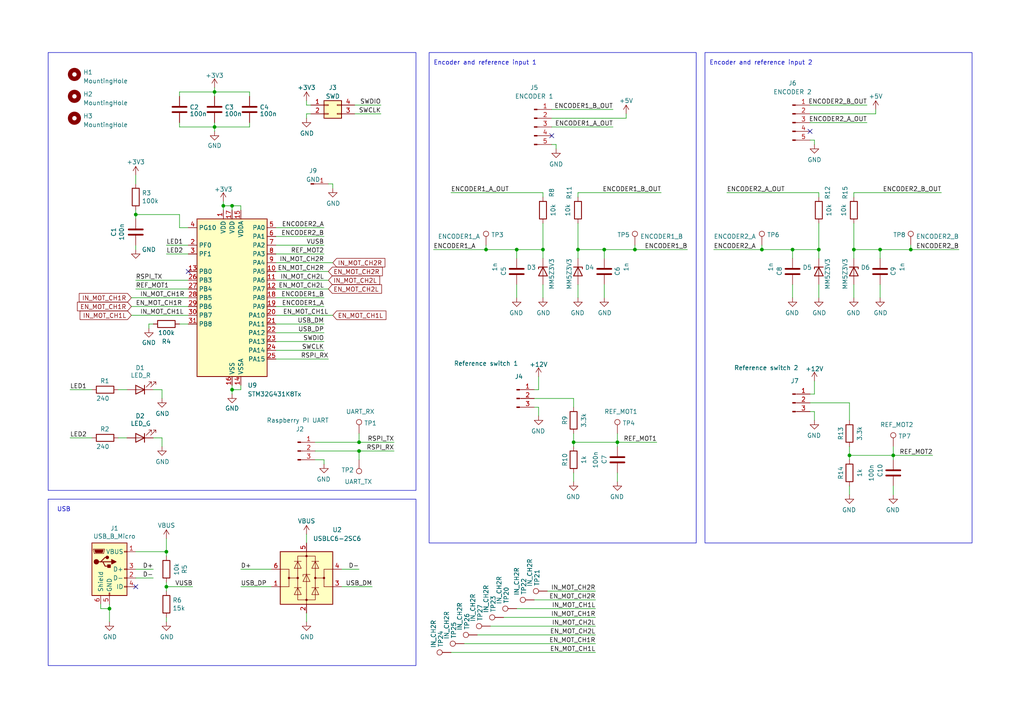
<source format=kicad_sch>
(kicad_sch (version 20230121) (generator eeschema)
  (paper "A4")
  (junction (at 259.08 132.08))
  (junction (at 62.23 36.83))
  (junction (at 67.31 59.69))
  (junction (at 64.77 59.69))
  (junction (at 220.98 72.39))
  (junction (at 31.75 176.53))
  (junction (at 229.87 72.39))
  (junction (at 166.37 128.27))
  (junction (at 157.48 72.39))
  (junction (at 104.14 128.27))
  (junction (at 48.26 160.02))
  (junction (at 48.26 170.18))
  (junction (at 39.37 62.23))
  (junction (at 179.07 128.27))
  (junction (at 264.16 72.39))
  (junction (at 167.64 72.39))
  (junction (at 104.14 130.81))
  (junction (at 175.26 72.39))
  (junction (at 246.38 132.08))
  (junction (at 255.27 72.39))
  (junction (at 184.15 72.39))
  (junction (at 67.31 113.03))
  (junction (at 149.86 72.39))
  (junction (at 140.97 72.39))
  (junction (at 247.65 72.39))
  (junction (at 62.23 26.67))
  (junction (at 237.49 72.39))
  (no_connect (at 54.61 78.74))
  (no_connect (at 160.02 39.37))
  (no_connect (at 39.37 170.18))
  (no_connect (at 234.95 38.1))
  (no_connect (at -96.52 69.85))
  (wire (pts (xy 130.81 55.88) (xy 157.48 55.88)))
  (wire (pts (xy 64.77 58.42) (xy 64.77 59.69)))
  (wire (pts (xy 264.16 72.39) (xy 278.13 72.39)))
  (wire (pts (xy 181.61 34.29) (xy 181.61 33.02)))
  (wire (pts (xy 54.61 81.28) (xy 39.37 81.28)))
  (wire (pts (xy 39.37 60.96) (xy 39.37 62.23)))
  (wire (pts (xy 46.99 127) (xy 46.99 129.54)))
  (wire (pts (xy 166.37 115.57) (xy 166.37 118.11)))
  (wire (pts (xy 80.01 81.28) (xy 95.25 81.28)))
  (wire (pts (xy 254 33.02) (xy 254 31.75)))
  (wire (pts (xy 229.87 82.55) (xy 229.87 86.36)))
  (wire (pts (xy 43.18 93.98) (xy 43.18 95.25)))
  (wire (pts (xy 146.05 179.07) (xy 172.72 179.07)))
  (wire (pts (xy 95.25 53.34) (xy 96.52 53.34)))
  (wire (pts (xy 48.26 168.91) (xy 48.26 170.18)))
  (wire (pts (xy 54.61 91.44) (xy 38.1 91.44)))
  (wire (pts (xy 44.45 93.98) (xy 43.18 93.98)))
  (wire (pts (xy 104.14 125.73) (xy 104.14 128.27)))
  (wire (pts (xy 160.02 34.29) (xy 181.61 34.29)))
  (wire (pts (xy 259.08 132.08) (xy 270.51 132.08)))
  (wire (pts (xy 52.07 93.98) (xy 54.61 93.98)))
  (wire (pts (xy 157.48 86.36) (xy 157.48 82.55)))
  (wire (pts (xy 149.86 72.39) (xy 149.86 74.93)))
  (wire (pts (xy 38.1 88.9) (xy 54.61 88.9)))
  (wire (pts (xy 156.21 113.03) (xy 154.94 113.03)))
  (wire (pts (xy 48.26 170.18) (xy 48.26 171.45)))
  (wire (pts (xy 179.07 137.16) (xy 179.07 139.7)))
  (wire (pts (xy 80.01 96.52) (xy 93.98 96.52)))
  (wire (pts (xy 237.49 57.15) (xy 237.49 55.88)))
  (wire (pts (xy 234.95 116.84) (xy 246.38 116.84)))
  (wire (pts (xy 220.98 72.39) (xy 207.01 72.39)))
  (wire (pts (xy 72.39 26.67) (xy 72.39 27.94)))
  (wire (pts (xy 93.98 133.35) (xy 93.98 134.62)))
  (wire (pts (xy 99.06 170.18) (xy 107.95 170.18)))
  (wire (pts (xy 88.9 30.48) (xy 90.17 30.48)))
  (wire (pts (xy 52.07 35.56) (xy 52.07 36.83)))
  (wire (pts (xy 54.61 86.36) (xy 38.1 86.36)))
  (wire (pts (xy 62.23 25.4) (xy 62.23 26.67)))
  (wire (pts (xy 167.64 72.39) (xy 175.26 72.39)))
  (wire (pts (xy 67.31 111.76) (xy 67.31 113.03)))
  (wire (pts (xy 156.21 109.22) (xy 156.21 113.03)))
  (wire (pts (xy 229.87 72.39) (xy 229.87 74.93)))
  (wire (pts (xy 80.01 88.9) (xy 93.98 88.9)))
  (wire (pts (xy 110.49 33.02) (xy 102.87 33.02)))
  (wire (pts (xy 62.23 35.56) (xy 62.23 36.83)))
  (wire (pts (xy 80.01 78.74) (xy 95.25 78.74)))
  (wire (pts (xy 44.45 113.03) (xy 46.99 113.03)))
  (wire (pts (xy 48.26 180.34) (xy 48.26 179.07)))
  (wire (pts (xy 166.37 128.27) (xy 179.07 128.27)))
  (wire (pts (xy 39.37 160.02) (xy 48.26 160.02)))
  (wire (pts (xy 184.15 72.39) (xy 199.39 72.39)))
  (wire (pts (xy 236.22 40.64) (xy 236.22 41.91)))
  (wire (pts (xy 246.38 132.08) (xy 246.38 133.35)))
  (wire (pts (xy 39.37 165.1) (xy 44.45 165.1)))
  (wire (pts (xy 91.44 128.27) (xy 104.14 128.27)))
  (wire (pts (xy 80.01 104.14) (xy 95.25 104.14)))
  (wire (pts (xy 154.94 115.57) (xy 166.37 115.57)))
  (wire (pts (xy 80.01 66.04) (xy 93.98 66.04)))
  (wire (pts (xy 157.48 57.15) (xy 157.48 55.88)))
  (wire (pts (xy 154.94 118.11) (xy 156.21 118.11)))
  (wire (pts (xy 167.64 86.36) (xy 167.64 82.55)))
  (wire (pts (xy 220.98 71.12) (xy 220.98 72.39)))
  (wire (pts (xy 67.31 113.03) (xy 69.85 113.03)))
  (wire (pts (xy 104.14 130.81) (xy 114.3 130.81)))
  (wire (pts (xy 69.85 170.18) (xy 78.74 170.18)))
  (wire (pts (xy 237.49 64.77) (xy 237.49 72.39)))
  (wire (pts (xy 96.52 53.34) (xy 96.52 54.61)))
  (wire (pts (xy 29.21 175.26) (xy 29.21 176.53)))
  (wire (pts (xy 104.14 165.1) (xy 99.06 165.1)))
  (wire (pts (xy 167.64 72.39) (xy 167.64 74.93)))
  (wire (pts (xy 160.02 31.75) (xy 177.8 31.75)))
  (wire (pts (xy 80.01 99.06) (xy 93.98 99.06)))
  (wire (pts (xy 90.17 33.02) (xy 88.9 33.02)))
  (wire (pts (xy 264.16 71.12) (xy 264.16 72.39)))
  (wire (pts (xy 72.39 36.83) (xy 72.39 35.56)))
  (wire (pts (xy 237.49 72.39) (xy 237.49 74.93)))
  (wire (pts (xy 157.48 72.39) (xy 157.48 74.93)))
  (wire (pts (xy 247.65 86.36) (xy 247.65 82.55)))
  (wire (pts (xy 67.31 113.03) (xy 67.31 114.3)))
  (wire (pts (xy 246.38 116.84) (xy 246.38 121.92)))
  (wire (pts (xy 80.01 93.98) (xy 93.98 93.98)))
  (wire (pts (xy 158.75 171.45) (xy 172.72 171.45)))
  (wire (pts (xy 102.87 30.48) (xy 110.49 30.48)))
  (wire (pts (xy 167.64 64.77) (xy 167.64 72.39)))
  (wire (pts (xy 255.27 72.39) (xy 255.27 74.93)))
  (wire (pts (xy 39.37 167.64) (xy 44.45 167.64)))
  (wire (pts (xy 160.02 36.83) (xy 177.8 36.83)))
  (wire (pts (xy 246.38 129.54) (xy 246.38 132.08)))
  (wire (pts (xy 236.22 119.38) (xy 236.22 121.92)))
  (wire (pts (xy 142.24 181.61) (xy 172.72 181.61)))
  (wire (pts (xy 93.98 71.12) (xy 80.01 71.12)))
  (wire (pts (xy 52.07 36.83) (xy 62.23 36.83)))
  (wire (pts (xy 236.22 114.3) (xy 234.95 114.3)))
  (wire (pts (xy 259.08 133.35) (xy 259.08 132.08)))
  (wire (pts (xy 247.65 72.39) (xy 247.65 74.93)))
  (wire (pts (xy 69.85 60.96) (xy 69.85 59.69)))
  (wire (pts (xy 184.15 71.12) (xy 184.15 72.39)))
  (wire (pts (xy 175.26 72.39) (xy 175.26 74.93)))
  (wire (pts (xy 39.37 62.23) (xy 39.37 63.5)))
  (wire (pts (xy 104.14 128.27) (xy 114.3 128.27)))
  (wire (pts (xy 247.65 57.15) (xy 247.65 55.88)))
  (wire (pts (xy 69.85 165.1) (xy 78.74 165.1)))
  (wire (pts (xy 52.07 62.23) (xy 39.37 62.23)))
  (wire (pts (xy 166.37 125.73) (xy 166.37 128.27)))
  (wire (pts (xy 20.32 127) (xy 26.67 127)))
  (wire (pts (xy 39.37 50.8) (xy 39.37 53.34)))
  (wire (pts (xy 80.01 73.66) (xy 93.98 73.66)))
  (wire (pts (xy 259.08 129.54) (xy 259.08 132.08)))
  (wire (pts (xy 259.08 140.97) (xy 259.08 143.51)))
  (wire (pts (xy 125.73 72.39) (xy 140.97 72.39)))
  (wire (pts (xy 44.45 127) (xy 46.99 127)))
  (wire (pts (xy 39.37 72.39) (xy 39.37 71.12)))
  (wire (pts (xy 91.44 130.81) (xy 104.14 130.81)))
  (wire (pts (xy 134.62 186.69) (xy 172.72 186.69)))
  (wire (pts (xy 154.94 173.99) (xy 172.72 173.99)))
  (wire (pts (xy 62.23 36.83) (xy 72.39 36.83)))
  (wire (pts (xy 140.97 71.12) (xy 140.97 72.39)))
  (wire (pts (xy 34.29 127) (xy 36.83 127)))
  (wire (pts (xy 175.26 82.55) (xy 175.26 86.36)))
  (wire (pts (xy 80.01 76.2) (xy 96.52 76.2)))
  (wire (pts (xy 96.52 91.44) (xy 80.01 91.44)))
  (wire (pts (xy 157.48 72.39) (xy 149.86 72.39)))
  (wire (pts (xy 149.86 176.53) (xy 172.72 176.53)))
  (wire (pts (xy 52.07 26.67) (xy 62.23 26.67)))
  (wire (pts (xy 179.07 128.27) (xy 190.5 128.27)))
  (wire (pts (xy 52.07 27.94) (xy 52.07 26.67)))
  (wire (pts (xy 91.44 133.35) (xy 93.98 133.35)))
  (wire (pts (xy 179.07 128.27) (xy 179.07 129.54)))
  (wire (pts (xy 69.85 111.76) (xy 69.85 113.03)))
  (wire (pts (xy 48.26 160.02) (xy 48.26 161.29)))
  (wire (pts (xy 31.75 176.53) (xy 31.75 175.26)))
  (wire (pts (xy 246.38 140.97) (xy 246.38 143.51)))
  (wire (pts (xy 237.49 72.39) (xy 229.87 72.39)))
  (wire (pts (xy 237.49 86.36) (xy 237.49 82.55)))
  (wire (pts (xy 179.07 125.73) (xy 179.07 128.27)))
  (wire (pts (xy 166.37 137.16) (xy 166.37 139.7)))
  (wire (pts (xy 88.9 180.34) (xy 88.9 177.8)))
  (wire (pts (xy 31.75 180.34) (xy 31.75 176.53)))
  (wire (pts (xy 234.95 30.48) (xy 251.46 30.48)))
  (wire (pts (xy 160.02 41.91) (xy 161.29 41.91)))
  (wire (pts (xy 149.86 82.55) (xy 149.86 86.36)))
  (wire (pts (xy 88.9 30.48) (xy 88.9 29.21)))
  (wire (pts (xy 234.95 119.38) (xy 236.22 119.38)))
  (wire (pts (xy 20.32 113.03) (xy 26.67 113.03)))
  (wire (pts (xy 234.95 40.64) (xy 236.22 40.64)))
  (wire (pts (xy 236.22 110.49) (xy 236.22 114.3)))
  (wire (pts (xy 67.31 59.69) (xy 67.31 60.96)))
  (wire (pts (xy 48.26 71.12) (xy 54.61 71.12)))
  (wire (pts (xy 247.65 64.77) (xy 247.65 72.39)))
  (wire (pts (xy 247.65 72.39) (xy 255.27 72.39)))
  (wire (pts (xy 52.07 66.04) (xy 54.61 66.04)))
  (wire (pts (xy 64.77 59.69) (xy 64.77 60.96)))
  (wire (pts (xy 34.29 113.03) (xy 36.83 113.03)))
  (wire (pts (xy 140.97 72.39) (xy 149.86 72.39)))
  (wire (pts (xy 220.98 72.39) (xy 229.87 72.39)))
  (wire (pts (xy 46.99 113.03) (xy 46.99 115.57)))
  (wire (pts (xy 80.01 68.58) (xy 93.98 68.58)))
  (wire (pts (xy 48.26 170.18) (xy 55.88 170.18)))
  (wire (pts (xy 234.95 33.02) (xy 254 33.02)))
  (wire (pts (xy 62.23 36.83) (xy 62.23 38.1)))
  (wire (pts (xy 104.14 130.81) (xy 104.14 133.35)))
  (wire (pts (xy 156.21 118.11) (xy 156.21 120.65)))
  (wire (pts (xy 52.07 66.04) (xy 52.07 62.23)))
  (wire (pts (xy 138.43 184.15) (xy 172.72 184.15)))
  (wire (pts (xy 88.9 154.94) (xy 88.9 157.48)))
  (wire (pts (xy 80.01 86.36) (xy 93.98 86.36)))
  (wire (pts (xy 184.15 72.39) (xy 175.26 72.39)))
  (wire (pts (xy 247.65 55.88) (xy 273.05 55.88)))
  (wire (pts (xy 210.82 55.88) (xy 237.49 55.88)))
  (wire (pts (xy 62.23 26.67) (xy 72.39 26.67)))
  (wire (pts (xy 80.01 83.82) (xy 95.25 83.82)))
  (wire (pts (xy 67.31 59.69) (xy 64.77 59.69)))
  (wire (pts (xy 167.64 55.88) (xy 191.77 55.88)))
  (wire (pts (xy 259.08 132.08) (xy 246.38 132.08)))
  (wire (pts (xy 161.29 41.91) (xy 161.29 43.18)))
  (wire (pts (xy 157.48 64.77) (xy 157.48 72.39)))
  (wire (pts (xy 39.37 83.82) (xy 54.61 83.82)))
  (wire (pts (xy 69.85 59.69) (xy 67.31 59.69)))
  (wire (pts (xy 48.26 73.66) (xy 54.61 73.66)))
  (wire (pts (xy 264.16 72.39) (xy 255.27 72.39)))
  (wire (pts (xy 62.23 26.67) (xy 62.23 27.94)))
  (wire (pts (xy 29.21 176.53) (xy 31.75 176.53)))
  (wire (pts (xy 93.98 101.6) (xy 80.01 101.6)))
  (wire (pts (xy 88.9 33.02) (xy 88.9 34.29)))
  (wire (pts (xy 48.26 160.02) (xy 48.26 156.21)))
  (wire (pts (xy 255.27 82.55) (xy 255.27 86.36)))
  (wire (pts (xy 167.64 57.15) (xy 167.64 55.88)))
  (wire (pts (xy 234.95 35.56) (xy 251.46 35.56)))
  (wire (pts (xy 166.37 128.27) (xy 166.37 129.54)))
  (wire (pts (xy 130.81 189.23) (xy 172.72 189.23)))
  (rectangle (start 13.97 15.24) (end 120.65 142.24))
  (rectangle (start 204.47 15.24) (end 281.94 157.48))
  (rectangle (start 13.97 144.78) (end 120.65 193.04))
  (rectangle (start 124.46 15.24) (end 201.93 157.48))
  (text "Encoder and reference input 1" (at 125.73 19.05 0) (effects (font (size 1.27 1.27)) (justify left bottom)))
  (text "USB" (at 16.51 148.59 0) (effects (font (size 1.27 1.27)) (justify left bottom)))
  (text "Encoder and reference input 2" (at 205.74 19.05 0) (effects (font (size 1.27 1.27)) (justify left bottom)))
  (label "ENCODER2_A" (at 207.01 72.39 0))
  (label "USB_DM" (at 93.98 93.98 180))
  (label "ENCODER2_B_OUT" (at 273.05 55.88 180))
  (label "ENCODER1_A" (at 93.98 88.9 180))
  (label "ENCODER2_A_OUT" (at 251.46 35.56 180))
  (label "EN_MOT_CH2L" (at 93.98 83.82 180))
  (label "IN_MOT_CH2L" (at 172.72 181.61 180))
  (label "SWDIO" (at 110.49 30.48 180))
  (label "LED2" (at 20.32 127 0))
  (label "LED1" (at 20.32 113.03 0))
  (label "ENCODER2_B" (at 93.98 68.58 180))
  (label "ENCODER1_A_OUT" (at 130.81 55.88 0))
  (label "IN_MOT_CH2R" (at 172.72 171.45 180))
  (label "EN_MOT_CH2R" (at 172.72 173.99 180))
  (label "VUSB" (at 55.88 170.18 180))
  (label "ENCODER1_A" (at 125.73 72.39 0))
  (label "SWCLK" (at 93.98 101.6 180))
  (label "ENCODER1_B" (at 93.98 86.36 180))
  (label "SWCLK" (at 110.49 33.02 180))
  (label "EN_MOT_CH2L" (at 172.72 184.15 180))
  (label "RSPI_TX" (at 39.37 81.28 0))
  (label "LED2" (at 48.26 73.66 0))
  (label "ENCODER2_B_OUT" (at 251.46 30.48 180))
  (label "REF_MOT2" (at 270.51 132.08 180))
  (label "IN_MOT_CH2L" (at 93.98 81.28 180))
  (label "ENCODER1_B_OUT" (at 191.77 55.88 180))
  (label "REF_MOT1" (at 39.37 83.82 0))
  (label "D+" (at 69.85 165.1 0))
  (label "RSPI_RX" (at 114.3 130.81 180))
  (label "REF_MOT2" (at 93.98 73.66 180))
  (label "IN_MOT_CH1L" (at 172.72 176.53 180))
  (label "IN_MOT_CH1L" (at 40.64 91.44 0))
  (label "D-" (at 104.14 165.1 180))
  (label "REF_MOT1" (at 190.5 128.27 180))
  (label "USB_DP" (at 69.85 170.18 0))
  (label "RSPI_TX" (at 114.3 128.27 180))
  (label "EN_MOT_CH1R" (at 39.37 88.9 0))
  (label "ENCODER1_B" (at 199.39 72.39 180))
  (label "USB_DM" (at 107.95 170.18 180))
  (label "ENCODER2_A" (at 93.98 66.04 180))
  (label "EN_MOT_CH2R" (at 93.98 78.74 180))
  (label "IN_MOT_CH1R" (at 172.72 179.07 180))
  (label "LED1" (at 48.26 71.12 0))
  (label "ENCODER2_A_OUT" (at 210.82 55.88 0))
  (label "EN_MOT_CH1R" (at 172.72 186.69 180))
  (label "IN_MOT_CH2R" (at 93.98 76.2 180))
  (label "D-" (at 44.45 167.64 180))
  (label "ENCODER1_A_OUT" (at 177.8 36.83 180))
  (label "EN_MOT_CH1L" (at 172.72 189.23 180))
  (label "SWDIO" (at 93.98 99.06 180))
  (label "D+" (at 44.45 165.1 180))
  (label "USB_DP" (at 93.98 96.52 180))
  (label "EN_MOT_CH1L" (at 95.25 91.44 180))
  (label "RSPI_RX" (at 95.25 104.14 180))
  (label "ENCODER1_B_OUT" (at 177.8 31.75 180))
  (label "VUSB" (at 93.98 71.12 180))
  (label "ENCODER2_B" (at 278.13 72.39 180))
  (label "IN_MOT_CH1R" (at 40.64 86.36 0))
  (global_label "EN_MOT_CH2L" (shape input) (at 95.25 83.82 0) (property "Intersheetrefs" "${INTERSHEET_REFS}" (effects hide)))
  (global_label "IN_MOT_CH2L" (shape input) (at 95.25 81.28 0) (property "Intersheetrefs" "${INTERSHEET_REFS}" (effects hide)))
  (global_label "EN_MOT_CH2R" (shape input) (at 95.25 78.74 0) (property "Intersheetrefs" "${INTERSHEET_REFS}" (effects hide)))
  (global_label "EN_MOT_CH1L" (shape input) (at 96.52 91.44 0) (property "Intersheetrefs" "${INTERSHEET_REFS}" (effects hide)))
  (global_label "IN_MOT_CH2R" (shape input) (at 96.52 76.2 0) (property "Intersheetrefs" "${INTERSHEET_REFS}" (effects hide)))
  (global_label "IN_MOT_CH1R" (shape input) (at 38.1 86.36 180) (property "Intersheetrefs" "${INTERSHEET_REFS}" (effects hide)))
  (global_label "EN_MOT_CH1R" (shape input) (at 38.1 88.9 180) (property "Intersheetrefs" "${INTERSHEET_REFS}" (effects hide)))
  (global_label "IN_MOT_CH1L" (shape input) (at 38.1 91.44 180) (property "Intersheetrefs" "${INTERSHEET_REFS}" (effects hide)))
  (symbol (lib_id "Device:R") (at 30.48 113.03 90) (unit 1)
    (property "Reference" "R1" (at 31.75 110.49 90) (effects (justify left)))
    (property "Value" "240" (at 31.75 115.57 90) (effects (justify left)))
    (property "Footprint" "Resistor_SMD:R_0603_1608Metric" (effects hide))
    (property "Hersteller Nr." "RC0603FR-13240RL" (effects hide))
    (property "Mouser Nr." "603-RC0603FR-13240RL" (effects hide))
    (property "Info" "75V; 1%; 100mW; -55C; +155C" (effects hide))
    (instances (project "BallBalancer" (path "" (reference "R1") (unit 1))) (project "Spanner" (path "" (reference "R5") (unit 1))))
  )
  (symbol (lib_id "power:+3V3") (at 62.23 25.4 0) (unit 1)
    (property "Reference" "#PWR09" (effects hide))
    (property "Value" "+3V3" (at 62.23 21.8981 0))
  )
  (symbol (lib_id "power:VBUS") (at 48.26 156.21 0) (unit 1)
    (property "Reference" "#PWR07" (effects hide))
    (property "Value" "VBUS" (at 48.26 152.4 0))
  )
  (symbol (lib_id "Connector:TestPoint") (at 158.75 171.45 90) (unit 1)
    (property "Reference" "TP21" (at 155.7528 169.9768 0) (effects (justify left)))
    (property "Value" "IN_CH2R" (at 153.67 170.18 0) (effects (justify left)))
    (property "Footprint" "TestPoint:TestPoint_Pad_D1.0mm" (effects hide))
    (instances (project "BallBalancer" (path "" (reference "TP21") (unit 1))) (project "Spanner" (path "" (reference "TP2") (unit 1))))
  )
  (symbol (lib_id "Device:R") (at 166.37 133.35 0) (mirror y) (unit 1)
    (property "Reference" "R10" (at 163.83 133.35 90))
    (property "Value" "1k" (at 169.3164 133.35 90))
    (property "Footprint" "Resistor_SMD:R_0603_1608Metric" (effects hide))
    (property "Hersteller Nr." "CRCW06031K00FKEAC" (effects hide))
    (property "Info" "75V; 1%; 100mW; -55C; +155C" (effects hide))
    (property "Mouser Nr." "71-CRCW06031K00FKEAC" (effects hide))
    (instances (project "BallBalancer" (path "" (reference "R10") (unit 1))) (project "Spanner" (path "" (reference "R16") (unit 1))))
  )
  (symbol (lib_id "Power_Protection:USBLC6-2SC6") (at 88.9 167.64 0) (unit 1)
    (property "Reference" "U2" (at 97.79 153.67 0))
    (property "Value" "USBLC6-2SC6" (at 97.79 156.21 0))
    (property "Footprint" "Package_TO_SOT_SMD:SOT-23-6" (effects hide))
    (property "Hersteller Nr." "USBLC6-2SC6" (effects hide))
    (property "Mouser Nr." "511-USBLC6-2SC6" (effects hide))
    (property "Info" "USB TVS" (effects hide))
  )
  (symbol (lib_id "Mechanical:MountingHole") (at 21.59 34.29 0) (unit 1) (in_bom no)
    (property "Reference" "H3" (at 24.13 33.655 0) (effects (justify left)))
    (property "Value" "MountingHole" (at 24.13 36.195 0) (effects (justify left)))
    (property "Footprint" "MountingHole:MountingHole_3.2mm_M3" (effects hide))
  )
  (symbol (lib_id "Device:D_Zener") (at 157.48 78.74 90) (mirror x) (unit 1)
    (property "Reference" "D3" (at 155.4734 77.5716 90) (effects (justify left)))
    (property "Value" "MM5Z3V3" (at 160.02 74.93 0) (effects (justify left)))
    (property "Footprint" "Diode_SMD:D_SOD-523" (effects hide))
    (property "Datasheet" "https://www.mouser.ch/datasheet/2/308/MM5Z2V4T1-D-108556.pdf" (effects hide))
    (property "Hersteller Nr." "MM5Z3V3T1G" (effects hide))
    (property "Mouser Nr." "863-MM5Z3V3T1G" (effects hide))
    (property "Info" "3.3V; 500mW " (effects hide))
    (instances (project "BallBalancer" (path "" (reference "D3") (unit 1))) (project "Spanner" (path "" (reference "D5") (unit 1))))
  )
  (symbol (lib_id "power:GND") (at 237.49 86.36 0) (unit 1)
    (property "Reference" "#PWR033" (effects hide))
    (property "Value" "GND" (at 237.617 90.7542 0))
    (instances (project "BallBalancer" (path "" (reference "#PWR033") (unit 1))) (project "Spanner" (path "" (reference "#PWR0135") (unit 1))))
  )
  (symbol (lib_id "power:GND") (at 259.08 143.51 0) (mirror y) (unit 1)
    (property "Reference" "#PWR038" (effects hide))
    (property "Value" "GND" (at 258.953 147.9042 0))
    (instances (project "BallBalancer" (path "" (reference "#PWR038") (unit 1))) (project "Spanner" (path "" (reference "#PWR0136") (unit 1))))
  )
  (symbol (lib_id "Device:R") (at 246.38 125.73 0) (mirror y) (unit 1)
    (property "Reference" "R13" (at 243.84 125.73 90))
    (property "Value" "3.3k" (at 249.3264 125.73 90))
    (property "Footprint" "Resistor_SMD:R_0603_1608Metric" (effects hide))
    (property "Hersteller Nr." "ERJ-PB3B3301V" (effects hide))
    (property "Info" "75V; 0.1%; 200mW; -55C; +155C" (effects hide))
    (property "Mouser Nr." "667-ERJ-PB3B3301V" (effects hide))
    (instances (project "BallBalancer" (path "" (reference "R13") (unit 1))) (project "Spanner" (path "" (reference "R16") (unit 1))))
  )
  (symbol (lib_id "power:GND") (at 157.48 86.36 0) (unit 1)
    (property "Reference" "#PWR022" (effects hide))
    (property "Value" "GND" (at 157.607 90.7542 0))
    (instances (project "BallBalancer" (path "" (reference "#PWR022") (unit 1))) (project "Spanner" (path "" (reference "#PWR0135") (unit 1))))
  )
  (symbol (lib_id "Device:R") (at 246.38 137.16 0) (mirror y) (unit 1)
    (property "Reference" "R14" (at 243.84 137.16 90))
    (property "Value" "1k" (at 249.3264 137.16 90))
    (property "Footprint" "Resistor_SMD:R_0603_1608Metric" (effects hide))
    (property "Hersteller Nr." "CRCW06031K00FKEAC" (effects hide))
    (property "Info" "75V; 1%; 100mW; -55C; +155C" (effects hide))
    (property "Mouser Nr." "71-CRCW06031K00FKEAC" (effects hide))
    (instances (project "BallBalancer" (path "" (reference "R14") (unit 1))) (project "Spanner" (path "" (reference "R16") (unit 1))))
  )
  (symbol (lib_id "power:GND") (at 96.52 54.61 0) (unit 1)
    (property "Reference" "#PWR090" (effects hide))
    (property "Value" "GND" (at 96.647 59.0042 0))
    (instances (project "BallBalancer" (path "" (reference "#PWR090") (unit 1))) (project "Spanner" (path "" (reference "#PWR0101") (unit 1))))
  )
  (symbol (lib_id "Device:R") (at 48.26 165.1 0) (mirror y) (unit 1)
    (property "Reference" "R5" (at 53.5178 165.1 90))
    (property "Value" "10k" (at 51.2064 165.1 90))
    (property "Footprint" "Resistor_SMD:R_0603_1608Metric" (effects hide))
    (property "Hersteller Nr." "CRCW060310K0FKEAC" (effects hide))
    (property "Mouser Nr." "71-CRCW060310K0FKEAC" (effects hide))
    (property "Info" "75V; 1%; 100mW; -55C; +155C" (effects hide))
    (instances (project "BallBalancer" (path "" (reference "R5") (unit 1))) (project "Spanner" (path "" (reference "R2") (unit 1))))
  )
  (symbol (lib_id "Device:R") (at 247.65 60.96 0) (unit 1)
    (property "Reference" "R15" (at 245.11 55.88 90))
    (property "Value" "10k" (at 244.7036 60.96 90))
    (property "Footprint" "Resistor_SMD:R_0603_1608Metric" (effects hide))
    (property "Hersteller Nr." "CRCW060310K0FKEAC" (effects hide))
    (property "Mouser Nr." "71-CRCW060310K0FKEAC" (effects hide))
    (property "Info" "75V; 1%; 100mW; -55C; +155C" (effects hide))
    (instances (project "BallBalancer" (path "" (reference "R15") (unit 1))) (project "Spanner" (path "" (reference "R16") (unit 1))))
  )
  (symbol (lib_id "power:GND") (at 166.37 139.7 0) (mirror y) (unit 1)
    (property "Reference" "#PWR024" (effects hide))
    (property "Value" "GND" (at 166.243 144.0942 0))
    (instances (project "BallBalancer" (path "" (reference "#PWR024") (unit 1))) (project "Spanner" (path "" (reference "#PWR0136") (unit 1))))
  )
  (symbol (lib_id "power:GND") (at 43.18 95.25 0) (unit 1)
    (property "Reference" "#PWR04" (effects hide))
    (property "Value" "GND" (at 43.18 99.3855 0))
  )
  (symbol (lib_id "power:GND") (at 46.99 115.57 0) (unit 1)
    (property "Reference" "#PWR05" (effects hide))
    (property "Value" "GND" (at 47.117 119.9642 0))
    (instances (project "BallBalancer" (path "" (reference "#PWR05") (unit 1))) (project "Spanner" (path "" (reference "#PWR0107") (unit 1))))
  )
  (symbol (lib_id "Connector:TestPoint") (at 130.81 189.23 90) (unit 1)
    (property "Reference" "TP24" (at 127.8128 187.7568 0) (effects (justify left)))
    (property "Value" "IN_CH2R" (at 125.73 187.96 0) (effects (justify left)))
    (property "Footprint" "TestPoint:TestPoint_Pad_D1.0mm" (effects hide))
    (instances (project "BallBalancer" (path "" (reference "TP24") (unit 1))) (project "Spanner" (path "" (reference "TP2") (unit 1))))
  )
  (symbol (lib_id "MCU_ST_STM32G4:STM32G431K8Tx") (at 67.31 86.36 0) (unit 1)
    (property "Reference" "U9" (at 71.8059 111.76 0) (effects (justify left)))
    (property "Value" "STM32G431K8Tx" (at 71.8059 114.3 0) (effects (justify left)))
    (property "Footprint" "Package_QFP:LQFP-32_7x7mm_P0.8mm" (effects hide))
    (property "Datasheet" "https://www.st.com/resource/en/datasheet/stm32g431k8.pdf" (effects hide))
  )
  (symbol (lib_id "power:+3V3") (at 39.37 50.8 0) (unit 1)
    (property "Reference" "#PWR02" (effects hide))
    (property "Value" "+3V3" (at 39.37 46.99 0))
  )
  (symbol (lib_id "Connector:TestPoint") (at 220.98 71.12 0) (unit 1)
    (property "Reference" "TP6" (at 222.4532 68.1228 0) (effects (justify left)))
    (property "Value" "ENCODER2_A" (at 207.01 68.58 0) (effects (justify left)))
    (property "Footprint" "TestPoint:TestPoint_Pad_D1.0mm" (effects hide))
    (instances (project "BallBalancer" (path "" (reference "TP6") (unit 1))) (project "Spanner" (path "" (reference "TP2") (unit 1))))
  )
  (symbol (lib_id "Device:D_Zener") (at 167.64 78.74 270) (unit 1)
    (property "Reference" "D4" (at 169.6466 77.5716 90) (effects (justify left)))
    (property "Value" "MM5Z3V3" (at 165.1 74.93 0) (effects (justify left)))
    (property "Footprint" "Diode_SMD:D_SOD-523" (effects hide))
    (property "Datasheet" "https://www.mouser.ch/datasheet/2/308/MM5Z2V4T1-D-108556.pdf" (effects hide))
    (property "Hersteller Nr." "MM5Z3V3T1G" (effects hide))
    (property "Mouser Nr." "863-MM5Z3V3T1G" (effects hide))
    (property "Info" "3.3V; 500mW " (effects hide))
    (instances (project "BallBalancer" (path "" (reference "D4") (unit 1))) (project "Spanner" (path "" (reference "D5") (unit 1))))
  )
  (symbol (lib_id "Connector:Conn_01x05_Pin") (at 154.94 36.83 0) (unit 1)
    (property "Reference" "J5" (at 154.94 25.4 0))
    (property "Value" "ENCODER 1" (at 154.94 27.94 0))
    (property "Footprint" "Connector_PinHeader_2.54mm:PinHeader_1x05_P2.54mm_Vertical" (effects hide))
    (property "Info" "Connector for AMT102 Encoder (AMT102-V)" (effects hide))
  )
  (symbol (lib_id "power:+5V") (at 254 31.75 0) (unit 1)
    (property "Reference" "#PWR036" (effects hide))
    (property "Value" "+5V" (at 254 27.94 0))
  )
  (symbol (lib_id "power:GND") (at 39.37 72.39 0) (unit 1)
    (property "Reference" "#PWR03" (effects hide))
    (property "Value" "GND" (at 43.18 72.39 0))
    (instances (project "BallBalancer" (path "" (reference "#PWR03") (unit 1))) (project "Spanner" (path "" (reference "#PWR0157") (unit 1))))
  )
  (symbol (lib_id "Connector:TestPoint") (at 149.86 176.53 90) (unit 1)
    (property "Reference" "TP20" (at 146.8628 175.0568 0) (effects (justify left)))
    (property "Value" "IN_CH2R" (at 144.78 175.26 0) (effects (justify left)))
    (property "Footprint" "TestPoint:TestPoint_Pad_D1.0mm" (effects hide))
    (instances (project "BallBalancer" (path "" (reference "TP20") (unit 1))) (project "Spanner" (path "" (reference "TP2") (unit 1))))
  )
  (symbol (lib_id "power:GND") (at 62.23 38.1 0) (unit 1)
    (property "Reference" "#PWR010" (effects hide))
    (property "Value" "GND" (at 62.23 42.2355 0))
  )
  (symbol (lib_id "power:GND") (at 88.9 180.34 0) (unit 1)
    (property "Reference" "#PWR017" (effects hide))
    (property "Value" "GND" (at 89.027 184.7342 0))
    (instances (project "BallBalancer" (path "" (reference "#PWR017") (unit 1))) (project "Spanner" (path "" (reference "#PWR0119") (unit 1))))
  )
  (symbol (lib_id "Device:R") (at 167.64 60.96 0) (unit 1)
    (property "Reference" "R11" (at 165.1 55.88 90))
    (property "Value" "10k" (at 164.6936 60.96 90))
    (property "Footprint" "Resistor_SMD:R_0603_1608Metric" (effects hide))
    (property "Hersteller Nr." "CRCW060310K0FKEAC" (effects hide))
    (property "Mouser Nr." "71-CRCW060310K0FKEAC" (effects hide))
    (property "Info" "75V; 1%; 100mW; -55C; +155C" (effects hide))
    (instances (project "BallBalancer" (path "" (reference "R11") (unit 1))) (project "Spanner" (path "" (reference "R16") (unit 1))))
  )
  (symbol (lib_id "Connector:TestPoint") (at 104.14 133.35 180) (unit 1)
    (property "Reference" "TP2" (at 102.6668 136.3472 0) (effects (justify left)))
    (property "Value" "UART_TX" (at 107.95 139.7 0) (effects (justify left)))
    (property "Footprint" "TestPoint:TestPoint_Pad_D1.0mm" (effects hide))
  )
  (symbol (lib_id "power:GND") (at 149.86 86.36 0) (mirror y) (unit 1)
    (property "Reference" "#PWR019" (effects hide))
    (property "Value" "GND" (at 149.733 90.7542 0))
    (instances (project "BallBalancer" (path "" (reference "#PWR019") (unit 1))) (project "Spanner" (path "" (reference "#PWR0136") (unit 1))))
  )
  (symbol (lib_id "power:GND") (at 179.07 139.7 0) (mirror y) (unit 1)
    (property "Reference" "#PWR027" (effects hide))
    (property "Value" "GND" (at 178.943 144.0942 0))
    (instances (project "BallBalancer" (path "" (reference "#PWR027") (unit 1))) (project "Spanner" (path "" (reference "#PWR0136") (unit 1))))
  )
  (symbol (lib_id "Device:C") (at 52.07 31.75 180) (unit 1)
    (property "Reference" "C2" (at 54.991 31.1063 0) (effects (justify right)))
    (property "Value" "100n" (at 54.991 33.0273 0) (effects (justify right)))
    (property "Footprint" "Capacitor_SMD:C_0603_1608Metric" (effects hide))
    (property "Hersteller Nr." "885382206004" (effects hide))
    (property "Info" "0.1uF; 50V, X7R; -55C;+125C" (effects hide))
    (property "Mouser Nr." "710-885382206004" (effects hide))
  )
  (symbol (lib_id "Device:C") (at 39.37 67.31 180) (unit 1)
    (property "Reference" "C1" (at 32.9692 67.31 90))
    (property "Value" "100n" (at 35.2806 67.31 90))
    (property "Footprint" "Capacitor_SMD:C_0603_1608Metric" (effects hide))
    (property "Datasheet" "https://www.mouser.ch/datasheet/2/585/MLCC-1837944.pdf" (effects hide))
    (property "Hersteller Nr." "885382206004" (effects hide))
    (property "Mouser Nr." "710-885382206004" (effects hide))
    (property "Info" "0.1uF; 50V, X7R; -55C;+125C" (effects hide))
    (instances (project "BallBalancer" (path "" (reference "C1") (unit 1))) (project "Spanner" (path "" (reference "C4") (unit 1))))
  )
  (symbol (lib_id "power:GND") (at 48.26 180.34 0) (unit 1)
    (property "Reference" "#PWR08" (effects hide))
    (property "Value" "GND" (at 48.387 184.7342 0))
    (instances (project "BallBalancer" (path "" (reference "#PWR08") (unit 1))) (project "Spanner" (path "" (reference "#PWR0121") (unit 1))))
  )
  (symbol (lib_id "Device:C") (at 62.23 31.75 180) (unit 1)
    (property "Reference" "C3" (at 65.151 31.1063 0) (effects (justify right)))
    (property "Value" "100n" (at 65.151 33.0273 0) (effects (justify right)))
    (property "Footprint" "Capacitor_SMD:C_0603_1608Metric" (effects hide))
    (property "Hersteller Nr." "885382206004" (effects hide))
    (property "Info" "0.1uF; 50V, X7R; -55C;+125C" (effects hide))
    (property "Mouser Nr." "710-885382206004" (effects hide))
  )
  (symbol (lib_id "Device:C") (at 179.07 133.35 0) (unit 1)
    (property "Reference" "C7" (at 175.26 134.62 90) (effects (justify left)))
    (property "Value" "100n" (at 172.72 135.89 90) (effects (justify left)))
    (property "Footprint" "Capacitor_SMD:C_0603_1608Metric" (effects hide))
    (property "Hersteller Nr." "885382206004" (effects hide))
    (property "Mouser Nr." "710-885382206004" (effects hide))
    (property "Info" "0.1uF; 50V, X7R; -55C;+125C" (effects hide))
  )
  (symbol (lib_id "Connector:TestPoint") (at 146.05 179.07 90) (unit 1)
    (property "Reference" "TP23" (at 143.0528 177.5968 0) (effects (justify left)))
    (property "Value" "IN_CH2R" (at 140.97 177.8 0) (effects (justify left)))
    (property "Footprint" "TestPoint:TestPoint_Pad_D1.0mm" (effects hide))
    (instances (project "BallBalancer" (path "" (reference "TP23") (unit 1))) (project "Spanner" (path "" (reference "TP2") (unit 1))))
  )
  (symbol (lib_id "Connector:Conn_01x03_Pin") (at 86.36 130.81 0) (unit 1)
    (property "Reference" "J2" (at 86.995 124.46 0))
    (property "Value" "Raspberry PI UART" (at 86.36 121.92 0))
    (property "Footprint" "Connector_PinHeader_2.54mm:PinHeader_1x03_P2.54mm_Vertical" (effects hide))
  )
  (symbol (lib_id "power:+5V") (at 181.61 33.02 0) (unit 1)
    (property "Reference" "#PWR028" (effects hide))
    (property "Value" "+5V" (at 181.61 29.21 0))
  )
  (symbol (lib_id "power:GND") (at 88.9 34.29 0) (unit 1)
    (property "Reference" "#PWR015" (effects hide))
    (property "Value" "GND" (at 89.027 38.6842 0))
    (instances (project "BallBalancer" (path "" (reference "#PWR015") (unit 1))) (project "Spanner" (path "" (reference "#PWR0101") (unit 1))))
  )
  (symbol (lib_id "power:GND") (at 167.64 86.36 0) (mirror y) (unit 1)
    (property "Reference" "#PWR025" (effects hide))
    (property "Value" "GND" (at 167.513 90.7542 0))
    (instances (project "BallBalancer" (path "" (reference "#PWR025") (unit 1))) (project "Spanner" (path "" (reference "#PWR0135") (unit 1))))
  )
  (symbol (lib_id "Connector:Conn_01x03_Pin") (at 149.86 115.57 0) (unit 1)
    (property "Reference" "J4" (at 150.495 109.22 0))
    (property "Value" "Reference switch 1" (at 140.97 105.41 0))
    (property "Footprint" "Connector_PinHeader_2.54mm:PinHeader_1x03_P2.54mm_Vertical" (effects hide))
  )
  (symbol (lib_id "Device:R") (at 157.48 60.96 0) (mirror y) (unit 1)
    (property "Reference" "R8" (at 160.02 55.88 90))
    (property "Value" "10k" (at 160.4264 60.96 90))
    (property "Footprint" "Resistor_SMD:R_0603_1608Metric" (effects hide))
    (property "Hersteller Nr." "CRCW060310K0FKEAC" (effects hide))
    (property "Mouser Nr." "71-CRCW060310K0FKEAC" (effects hide))
    (property "Info" "75V; 1%; 100mW; -55C; +155C" (effects hide))
    (instances (project "BallBalancer" (path "" (reference "R8") (unit 1))) (project "Spanner" (path "" (reference "R16") (unit 1))))
  )
  (symbol (lib_id "power:+3V3") (at 64.77 58.42 0) (unit 1)
    (property "Reference" "#PWR011" (effects hide))
    (property "Value" "+3V3" (at 64.77 54.9181 0))
  )
  (symbol (lib_id "Device:R") (at 48.26 175.26 180) (unit 1)
    (property "Reference" "R6" (at 50.038 174.0916 0) (effects (justify right)))
    (property "Value" "15k" (at 50.038 176.403 0) (effects (justify right)))
    (property "Footprint" "Resistor_SMD:R_0603_1608Metric" (effects hide))
    (property "Hersteller Nr." "ERJ-3EKF1502V" (effects hide))
    (property "Mouser Nr." "667-ERJ-3EKF1502V" (effects hide))
    (property "Info" "75V; 1%; 100mW; -55C; +155C" (effects hide))
    (instances (project "BallBalancer" (path "" (reference "R6") (unit 1))) (project "Spanner" (path "" (reference "R3") (unit 1))))
  )
  (symbol (lib_id "Device:C") (at 229.87 78.74 0) (unit 1)
    (property "Reference" "C8" (at 226.06 80.01 90) (effects (justify left)))
    (property "Value" "1n" (at 223.52 78.74 90) (effects (justify left)))
    (property "Footprint" "Capacitor_SMD:C_0603_1608Metric" (effects hide))
    (property "Datasheet" "https://www.mouser.ch/datasheet/2/40/C0GNP0_Dielectric-951274.pdf" (effects hide))
    (property "Hersteller Nr." "06035C102KAT2A" (effects hide))
    (property "Mouser Nr." "581-06035C102K" (effects hide))
    (property "Info" "1nF; 50V; X7R; -55C;+125C" (effects hide))
    (instances (project "BallBalancer" (path "" (reference "C8") (unit 1))) (project "Spanner" (path "" (reference "C7") (unit 1))))
  )
  (symbol (lib_id "power:GND") (at 236.22 121.92 0) (mirror y) (unit 1)
    (property "Reference" "#PWR032" (effects hide))
    (property "Value" "GND" (at 236.093 126.3142 0))
    (instances (project "BallBalancer" (path "" (reference "#PWR032") (unit 1))) (project "Spanner" (path "" (reference "#PWR0136") (unit 1))))
  )
  (symbol (lib_id "power:GND") (at 31.75 180.34 0) (unit 1)
    (property "Reference" "#PWR01" (effects hide))
    (property "Value" "GND" (at 31.877 184.7342 0))
    (instances (project "BallBalancer" (path "" (reference "#PWR01") (unit 1))) (project "Spanner" (path "" (reference "#PWR0122") (unit 1))))
  )
  (symbol (lib_id "Device:R") (at 166.37 121.92 0) (mirror y) (unit 1)
    (property "Reference" "R9" (at 163.83 121.92 90))
    (property "Value" "3.3k" (at 169.3164 121.92 90))
    (property "Footprint" "Resistor_SMD:R_0603_1608Metric" (effects hide))
    (property "Hersteller Nr." "ERJ-PB3B3301V" (effects hide))
    (property "Info" "75V; 0.1%; 200mW; -55C; +155C" (effects hide))
    (property "Mouser Nr." "667-ERJ-PB3B3301V" (effects hide))
    (instances (project "BallBalancer" (path "" (reference "R9") (unit 1))) (project "Spanner" (path "" (reference "R16") (unit 1))))
  )
  (symbol (lib_id "Connector:TestPoint") (at 264.16 71.12 0) (mirror y) (unit 1)
    (property "Reference" "TP8" (at 262.6868 68.1228 0) (effects (justify left)))
    (property "Value" "ENCODER2_B" (at 278.13 68.58 0) (effects (justify left)))
    (property "Footprint" "TestPoint:TestPoint_Pad_D1.0mm" (effects hide))
    (instances (project "BallBalancer" (path "" (reference "TP8") (unit 1))) (project "Spanner" (path "" (reference "TP2") (unit 1))))
  )
  (symbol (lib_id "Device:D_Zener") (at 247.65 78.74 270) (unit 1)
    (property "Reference" "D6" (at 249.6566 77.5716 90) (effects (justify left)))
    (property "Value" "MM5Z3V3" (at 245.11 74.93 0) (effects (justify left)))
    (property "Footprint" "Diode_SMD:D_SOD-523" (effects hide))
    (property "Datasheet" "https://www.mouser.ch/datasheet/2/308/MM5Z2V4T1-D-108556.pdf" (effects hide))
    (property "Hersteller Nr." "MM5Z3V3T1G" (effects hide))
    (property "Mouser Nr." "863-MM5Z3V3T1G" (effects hide))
    (property "Info" "3.3V; 500mW " (effects hide))
    (instances (project "BallBalancer" (path "" (reference "D6") (unit 1))) (project "Spanner" (path "" (reference "D5") (unit 1))))
  )
  (symbol (lib_id "Device:R") (at 30.48 127 90) (unit 1)
    (property "Reference" "R2" (at 31.75 124.46 90) (effects (justify left)))
    (property "Value" "240" (at 31.75 129.54 90) (effects (justify left)))
    (property "Footprint" "Resistor_SMD:R_0603_1608Metric" (effects hide))
    (property "Hersteller Nr." "RC0603FR-13240RL" (effects hide))
    (property "Mouser Nr." "603-RC0603FR-13240RL" (effects hide))
    (property "Info" "75V; 1%; 100mW; -55C; +155C" (effects hide))
    (instances (project "BallBalancer" (path "" (reference "R2") (unit 1))) (project "Spanner" (path "" (reference "R5") (unit 1))))
  )
  (symbol (lib_id "Connector:Conn_01x03_Pin") (at 229.87 116.84 0) (unit 1)
    (property "Reference" "J7" (at 230.505 110.49 0))
    (property "Value" "Reference switch 2" (at 222.25 106.68 0))
    (property "Footprint" "Connector_PinHeader_2.54mm:PinHeader_1x03_P2.54mm_Vertical" (effects hide))
  )
  (symbol (lib_id "Mechanical:MountingHole") (at 21.59 27.94 0) (unit 1) (in_bom no)
    (property "Reference" "H2" (at 24.13 27.305 0) (effects (justify left)))
    (property "Value" "MountingHole" (at 24.13 29.845 0) (effects (justify left)))
    (property "Footprint" "MountingHole:MountingHole_3.2mm_M3" (effects hide))
  )
  (symbol (lib_id "power:GND") (at 236.22 41.91 0) (unit 1)
    (property "Reference" "#PWR030" (effects hide))
    (property "Value" "GND" (at 236.22 46.355 0))
    (instances (project "BallBalancer" (path "" (reference "#PWR030") (unit 1))) (project "Spanner" (path "" (reference "#PWR0142") (unit 1))))
  )
  (symbol (lib_id "Connector:TestPoint") (at 179.07 125.73 0) (unit 1)
    (property "Reference" "TP4" (at 180.5432 122.7328 0) (effects (justify left)))
    (property "Value" "REF_MOT1" (at 175.26 119.38 0) (effects (justify left)))
    (property "Footprint" "TestPoint:TestPoint_Pad_D1.0mm" (effects hide))
    (instances (project "BallBalancer" (path "" (reference "TP4") (unit 1))) (project "Spanner" (path "" (reference "TP2") (unit 1))))
  )
  (symbol (lib_id "Device:R") (at 237.49 60.96 0) (mirror y) (unit 1)
    (property "Reference" "R12" (at 240.03 55.88 90))
    (property "Value" "10k" (at 240.4364 60.96 90))
    (property "Footprint" "Resistor_SMD:R_0603_1608Metric" (effects hide))
    (property "Hersteller Nr." "CRCW060310K0FKEAC" (effects hide))
    (property "Mouser Nr." "71-CRCW060310K0FKEAC" (effects hide))
    (property "Info" "75V; 1%; 100mW; -55C; +155C" (effects hide))
    (instances (project "BallBalancer" (path "" (reference "R12") (unit 1))) (project "Spanner" (path "" (reference "R16") (unit 1))))
  )
  (symbol (lib_id "Connector:TestPoint") (at 184.15 71.12 0) (mirror y) (unit 1)
    (property "Reference" "TP5" (at 182.6768 68.1228 0) (effects (justify left)))
    (property "Value" "ENCODER1_B" (at 198.12 68.58 0) (effects (justify left)))
    (property "Footprint" "TestPoint:TestPoint_Pad_D1.0mm" (effects hide))
    (instances (project "BallBalancer" (path "" (reference "TP5") (unit 1))) (project "Spanner" (path "" (reference "TP2") (unit 1))))
  )
  (symbol (lib_id "Connector:TestPoint") (at 259.08 129.54 0) (unit 1)
    (property "Reference" "TP7" (at 260.5532 126.5428 0) (effects (justify left)))
    (property "Value" "REF_MOT2" (at 255.27 123.19 0) (effects (justify left)))
    (property "Footprint" "TestPoint:TestPoint_Pad_D1.0mm" (effects hide))
    (instances (project "BallBalancer" (path "" (reference "TP7") (unit 1))) (project "Spanner" (path "" (reference "TP2") (unit 1))))
  )
  (symbol (lib_id "power:GND") (at 93.98 134.62 0) (mirror y) (unit 1)
    (property "Reference" "#PWR018" (effects hide))
    (property "Value" "GND" (at 93.853 139.0142 0))
    (instances (project "BallBalancer" (path "" (reference "#PWR018") (unit 1))) (project "Spanner" (path "" (reference "#PWR0136") (unit 1))))
  )
  (symbol (lib_id "Device:LED") (at 40.64 113.03 180) (unit 1)
    (property "Reference" "D1" (at 40.64 106.68 0))
    (property "Value" "LED_R" (at 40.8178 108.8644 0))
    (property "Footprint" "LED_SMD:LED_0603_1608Metric" (effects hide))
    (property "Hersteller Nr." "150060RS75000" (effects hide))
    (property "Mouser Nr." "710-150060RS75000" (effects hide))
    (property "Info" "Red; 20mA; 2V" (effects hide))
  )
  (symbol (lib_id "power:GND") (at 67.31 114.3 0) (unit 1)
    (property "Reference" "#PWR012" (effects hide))
    (property "Value" "GND" (at 67.31 118.4355 0))
  )
  (symbol (lib_id "Device:C") (at 175.26 78.74 0) (mirror y) (unit 1)
    (property "Reference" "C6" (at 179.07 80.01 90) (effects (justify left)))
    (property "Value" "1n" (at 181.61 78.74 90) (effects (justify left)))
    (property "Footprint" "Capacitor_SMD:C_0603_1608Metric" (effects hide))
    (property "Datasheet" "https://www.mouser.ch/datasheet/2/40/C0GNP0_Dielectric-951274.pdf" (effects hide))
    (property "Hersteller Nr." "06035C102KAT2A" (effects hide))
    (property "Mouser Nr." "581-06035C102K" (effects hide))
    (property "Info" "1nF; 50V; X7R; -55C;+125C" (effects hide))
    (instances (project "BallBalancer" (path "" (reference "C6") (unit 1))) (project "Spanner" (path "" (reference "C7") (unit 1))))
  )
  (symbol (lib_id "Connector:USB_B_Micro") (at 31.75 165.1 0) (unit 1)
    (property "Reference" "J1" (at 33.1978 153.2382 0))
    (property "Value" "USB_B_Micro" (at 33.1978 155.5496 0))
    (property "Footprint" "Connector_USB:USB_Mini-B_Lumberg_2486_01_Horizontal" (effects hide))
    (property "Hersteller Nr." "UJ2-MBH-1-SMT-TR" (effects hide))
    (property "Mouser Nr." "490-UJ2-MBH-1-SMT" (effects hide))
    (property "Info" "USB Mini B" (effects hide))
  )
  (symbol (lib_id "Connector:Conn_01x01_Pin") (at 90.17 53.34 0) (unit 1)
    (property "Reference" "J9" (at 90.805 49.53 0))
    (property "Value" "GND" (at 90.805 52.07 0))
    (property "Footprint" "Connector_PinHeader_2.54mm:PinHeader_1x01_P2.54mm_Vertical" (effects hide))
  )
  (symbol (lib_id "power:GND") (at 156.21 120.65 0) (mirror y) (unit 1)
    (property "Reference" "#PWR021" (effects hide))
    (property "Value" "GND" (at 156.083 125.0442 0))
    (instances (project "BallBalancer" (path "" (reference "#PWR021") (unit 1))) (project "Spanner" (path "" (reference "#PWR0136") (unit 1))))
  )
  (symbol (lib_id "Device:R") (at 39.37 57.15 0) (unit 1)
    (property "Reference" "R3" (at 41.148 55.9816 0) (effects (justify left)))
    (property "Value" "100k" (at 41.148 58.293 0) (effects (justify left)))
    (property "Footprint" "Resistor_SMD:R_0603_1608Metric" (effects hide))
    (property "Hersteller Nr." "CRCW0603100KFKEAC" (effects hide))
    (property "Mouser Nr." "71-CRCW0603100KFKEAC" (effects hide))
    (property "Info" "75V; 1%; 100mW; -55C; +155C" (effects hide))
    (instances (project "BallBalancer" (path "" (reference "R3") (unit 1))) (project "Spanner" (path "" (reference "R1") (unit 1))))
  )
  (symbol (lib_id "power:+12V") (at 156.21 109.22 0) (unit 1)
    (property "Reference" "#PWR020" (effects hide))
    (property "Value" "+12V" (at 156.21 105.7181 0))
  )
  (symbol (lib_id "Connector:TestPoint") (at 154.94 173.99 90) (unit 1)
    (property "Reference" "TP22" (at 151.9428 172.5168 0) (effects (justify left)))
    (property "Value" "IN_CH2R" (at 149.86 172.72 0) (effects (justify left)))
    (property "Footprint" "TestPoint:TestPoint_Pad_D1.0mm" (effects hide))
    (instances (project "BallBalancer" (path "" (reference "TP22") (unit 1))) (project "Spanner" (path "" (reference "TP2") (unit 1))))
  )
  (symbol (lib_id "Device:C") (at 72.39 31.75 180) (unit 1)
    (property "Reference" "C4" (at 75.311 31.1063 0) (effects (justify right)))
    (property "Value" "100n" (at 75.311 33.0273 0) (effects (justify right)))
    (property "Footprint" "Capacitor_SMD:C_0603_1608Metric" (effects hide))
    (property "Hersteller Nr." "885382206004" (effects hide))
    (property "Info" "0.1uF; 50V, X7R; -55C;+125C" (effects hide))
    (property "Mouser Nr." "710-885382206004" (effects hide))
  )
  (symbol (lib_id "Connector:TestPoint") (at 140.97 71.12 0) (unit 1)
    (property "Reference" "TP3" (at 142.4432 68.1228 0) (effects (justify left)))
    (property "Value" "ENCODER1_A" (at 127 68.58 0) (effects (justify left)))
    (property "Footprint" "TestPoint:TestPoint_Pad_D1.0mm" (effects hide))
    (instances (project "BallBalancer" (path "" (reference "TP3") (unit 1))) (project "Spanner" (path "" (reference "TP2") (unit 1))))
  )
  (symbol (lib_id "power:GND") (at 161.29 43.18 0) (unit 1)
    (property "Reference" "#PWR023" (effects hide))
    (property "Value" "GND" (at 161.29 47.625 0))
    (instances (project "BallBalancer" (path "" (reference "#PWR023") (unit 1))) (project "Spanner" (path "" (reference "#PWR0142") (unit 1))))
  )
  (symbol (lib_id "power:GND") (at 247.65 86.36 0) (mirror y) (unit 1)
    (property "Reference" "#PWR035" (effects hide))
    (property "Value" "GND" (at 247.523 90.7542 0))
    (instances (project "BallBalancer" (path "" (reference "#PWR035") (unit 1))) (project "Spanner" (path "" (reference "#PWR0135") (unit 1))))
  )
  (symbol (lib_id "Connector:TestPoint") (at 104.14 125.73 0) (unit 1)
    (property "Reference" "TP1" (at 105.6132 122.7328 0) (effects (justify left)))
    (property "Value" "UART_RX" (at 100.33 119.38 0) (effects (justify left)))
    (property "Footprint" "TestPoint:TestPoint_Pad_D1.0mm" (effects hide))
    (instances (project "BallBalancer" (path "" (reference "TP1") (unit 1))) (project "Spanner" (path "" (reference "TP2") (unit 1))))
  )
  (symbol (lib_id "Device:C") (at 259.08 137.16 0) (unit 1)
    (property "Reference" "C10" (at 255.27 138.43 90) (effects (justify left)))
    (property "Value" "100n" (at 252.73 139.7 90) (effects (justify left)))
    (property "Footprint" "Capacitor_SMD:C_0603_1608Metric" (effects hide))
    (property "Hersteller Nr." "885382206004" (effects hide))
    (property "Mouser Nr." "710-885382206004" (effects hide))
    (property "Info" "0.1uF; 50V, X7R; -55C;+125C" (effects hide))
    (instances (project "BallBalancer" (path "" (reference "C10") (unit 1))) (project "Spanner" (path "" (reference "C7") (unit 1))))
  )
  (symbol (lib_id "power:GND") (at 175.26 86.36 0) (unit 1)
    (property "Reference" "#PWR026" (effects hide))
    (property "Value" "GND" (at 175.387 90.7542 0))
    (instances (project "BallBalancer" (path "" (reference "#PWR026") (unit 1))) (project "Spanner" (path "" (reference "#PWR0136") (unit 1))))
  )
  (symbol (lib_id "Connector:Conn_01x05_Pin") (at 229.87 35.56 0) (unit 1)
    (property "Reference" "J6" (at 229.87 24.13 0))
    (property "Value" "ENCODER 2" (at 229.87 26.67 0))
    (property "Footprint" "Connector_PinHeader_2.54mm:PinHeader_1x05_P2.54mm_Vertical" (effects hide))
    (property "Info" "Connector for AMT102 Encoder (AMT102-V)" (effects hide))
  )
  (symbol (lib_id "Mechanical:MountingHole") (at 21.59 21.59 0) (unit 1) (in_bom no)
    (property "Reference" "H1" (at 24.13 20.955 0) (effects (justify left)))
    (property "Value" "MountingHole" (at 24.13 23.495 0) (effects (justify left)))
    (property "Footprint" "MountingHole:MountingHole_3.2mm_M3" (effects hide))
  )
  (symbol (lib_id "power:GND") (at 229.87 86.36 0) (mirror y) (unit 1)
    (property "Reference" "#PWR029" (effects hide))
    (property "Value" "GND" (at 229.743 90.7542 0))
    (instances (project "BallBalancer" (path "" (reference "#PWR029") (unit 1))) (project "Spanner" (path "" (reference "#PWR0136") (unit 1))))
  )
  (symbol (lib_id "power:+3V3") (at 88.9 29.21 0) (unit 1)
    (property "Reference" "#PWR014" (effects hide))
    (property "Value" "+3V3" (at 88.9 25.4 0))
  )
  (symbol (lib_id "Device:R") (at 48.26 93.98 90) (unit 1)
    (property "Reference" "R4" (at 48.26 99.06 90))
    (property "Value" "100k" (at 48.26 96.52 90))
    (property "Footprint" "Resistor_SMD:R_0603_1608Metric" (effects hide))
    (property "Hersteller Nr." "CRCW0603100KFKEAC" (effects hide))
    (property "Info" "75V; 1%; 100mW; -55C; +155C" (effects hide))
    (property "Mouser Nr." "71-CRCW0603100KFKEAC" (effects hide))
  )
  (symbol (lib_name "Conn_02x02_Counter_Clockwise_1") (lib_id "Connector_Generic:Conn_02x02_Counter_Clockwise") (at 95.25 30.48 0) (unit 1)
    (property "Reference" "J3" (at 96.52 25.4 0))
    (property "Value" "SWD" (at 96.52 27.94 0))
    (property "Footprint" "Connector_PinHeader_2.54mm:PinHeader_2x02_P2.54mm_Vertical" (effects hide))
  )
  (symbol (lib_id "power:GND") (at 46.99 129.54 0) (unit 1)
    (property "Reference" "#PWR06" (effects hide))
    (property "Value" "GND" (at 47.117 133.9342 0))
    (instances (project "BallBalancer" (path "" (reference "#PWR06") (unit 1))) (project "Spanner" (path "" (reference "#PWR0107") (unit 1))))
  )
  (symbol (lib_id "power:VBUS") (at 88.9 154.94 0) (unit 1)
    (property "Reference" "#PWR016" (effects hide))
    (property "Value" "VBUS" (at 88.9 151.13 0))
  )
  (symbol (lib_id "Connector:TestPoint") (at 134.62 186.69 90) (unit 1)
    (property "Reference" "TP25" (at 131.6228 185.2168 0) (effects (justify left)))
    (property "Value" "IN_CH2R" (at 129.54 185.42 0) (effects (justify left)))
    (property "Footprint" "TestPoint:TestPoint_Pad_D1.0mm" (effects hide))
    (instances (project "BallBalancer" (path "" (reference "TP25") (unit 1))) (project "Spanner" (path "" (reference "TP2") (unit 1))))
  )
  (symbol (lib_id "Device:LED") (at 40.64 127 180) (unit 1)
    (property "Reference" "D2" (at 40.64 120.65 0))
    (property "Value" "LED_G" (at 40.8178 122.8344 0))
    (property "Footprint" "LED_SMD:LED_0603_1608Metric" (effects hide))
    (property "Hersteller Nr." "150060VS75000" (effects hide))
    (property "Mouser Nr." "710-150060VS75000" (effects hide))
    (property "Info" "Green; 20mA; 2V" (effects hide))
    (instances (project "BallBalancer" (path "" (reference "D2") (unit 1))) (project "Spanner" (path "" (reference "D1") (unit 1))))
  )
  (symbol (lib_id "Device:C") (at 149.86 78.74 0) (unit 1)
    (property "Reference" "C5" (at 146.05 80.01 90) (effects (justify left)))
    (property "Value" "1n" (at 143.51 78.74 90) (effects (justify left)))
    (property "Footprint" "Capacitor_SMD:C_0603_1608Metric" (effects hide))
    (property "Datasheet" "https://www.mouser.ch/datasheet/2/40/C0GNP0_Dielectric-951274.pdf" (effects hide))
    (property "Hersteller Nr." "06035C102KAT2A" (effects hide))
    (property "Mouser Nr." "581-06035C102K" (effects hide))
    (property "Info" "1nF; 50V; X7R; -55C;+125C" (effects hide))
    (instances (project "BallBalancer" (path "" (reference "C5") (unit 1))) (project "Spanner" (path "" (reference "C7") (unit 1))))
  )
  (symbol (lib_id "Connector:TestPoint") (at 142.24 181.61 90) (unit 1)
    (property "Reference" "TP27" (at 139.2428 180.1368 0) (effects (justify left)))
    (property "Value" "IN_CH2R" (at 137.16 180.34 0) (effects (justify left)))
    (property "Footprint" "TestPoint:TestPoint_Pad_D1.0mm" (effects hide))
    (instances (project "BallBalancer" (path "" (reference "TP27") (unit 1))) (project "Spanner" (path "" (reference "TP2") (unit 1))))
  )
  (symbol (lib_id "power:GND") (at 255.27 86.36 0) (unit 1)
    (property "Reference" "#PWR037" (effects hide))
    (property "Value" "GND" (at 255.397 90.7542 0))
    (instances (project "BallBalancer" (path "" (reference "#PWR037") (unit 1))) (project "Spanner" (path "" (reference "#PWR0136") (unit 1))))
  )
  (symbol (lib_id "Connector:TestPoint") (at 138.43 184.15 90) (unit 1)
    (property "Reference" "TP26" (at 135.4328 182.6768 0) (effects (justify left)))
    (property "Value" "IN_CH2R" (at 133.35 182.88 0) (effects (justify left)))
    (property "Footprint" "TestPoint:TestPoint_Pad_D1.0mm" (effects hide))
    (instances (project "BallBalancer" (path "" (reference "TP26") (unit 1))) (project "Spanner" (path "" (reference "TP2") (unit 1))))
  )
  (symbol (lib_id "power:GND") (at 246.38 143.51 0) (mirror y) (unit 1)
    (property "Reference" "#PWR034" (effects hide))
    (property "Value" "GND" (at 246.253 147.9042 0))
    (instances (project "BallBalancer" (path "" (reference "#PWR034") (unit 1))) (project "Spanner" (path "" (reference "#PWR0136") (unit 1))))
  )
  (symbol (lib_id "Device:D_Zener") (at 237.49 78.74 90) (mirror x) (unit 1)
    (property "Reference" "D5" (at 235.4834 77.5716 90) (effects (justify left)))
    (property "Value" "MM5Z3V3" (at 240.03 74.93 0) (effects (justify left)))
    (property "Footprint" "Diode_SMD:D_SOD-523" (effects hide))
    (property "Datasheet" "https://www.mouser.ch/datasheet/2/308/MM5Z2V4T1-D-108556.pdf" (effects hide))
    (property "Hersteller Nr." "MM5Z3V3T1G" (effects hide))
    (property "Mouser Nr." "863-MM5Z3V3T1G" (effects hide))
    (property "Info" "3.3V; 500mW " (effects hide))
  )
  (symbol (lib_id "Device:C") (at 255.27 78.74 0) (mirror y) (unit 1)
    (property "Reference" "C9" (at 259.08 80.01 90) (effects (justify left)))
    (property "Value" "1n" (at 261.62 78.74 90) (effects (justify left)))
    (property "Footprint" "Capacitor_SMD:C_0603_1608Metric" (effects hide))
    (property "Datasheet" "https://www.mouser.ch/datasheet/2/40/C0GNP0_Dielectric-951274.pdf" (effects hide))
    (property "Hersteller Nr." "06035C102KAT2A" (effects hide))
    (property "Mouser Nr." "581-06035C102K" (effects hide))
    (property "Info" "1nF; 50V; X7R; -55C;+125C" (effects hide))
    (instances (project "BallBalancer" (path "" (reference "C9") (unit 1))) (project "Spanner" (path "" (reference "C7") (unit 1))))
  )
  (symbol (lib_id "power:+12V") (at 236.22 110.49 0) (unit 1)
    (property "Reference" "#PWR031" (effects hide))
    (property "Value" "+12V" (at 236.22 106.9881 0))
  )
)
</source>
